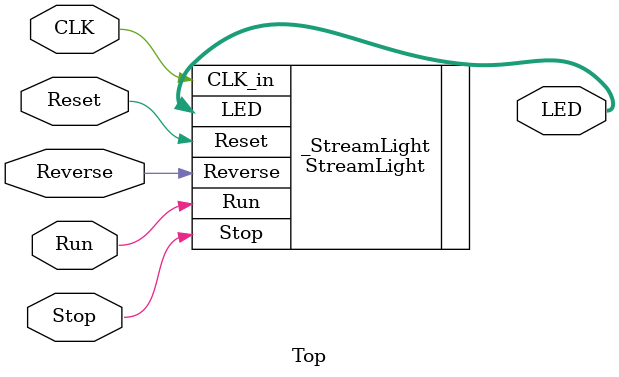
<source format=v>
`timescale 1ns / 1ps


module Top(
    input CLK,
    input Reset,
    input Reverse,
    input Stop,
    input Run,

    output [15:0] LED
    );

    StreamLight _StreamLight(
        .CLK_in(CLK),
        .Reset(Reset),
        .Reverse(Reverse),
        .Stop(Stop),
        .Run(Run),
        .LED(LED)
        );
endmodule

</source>
